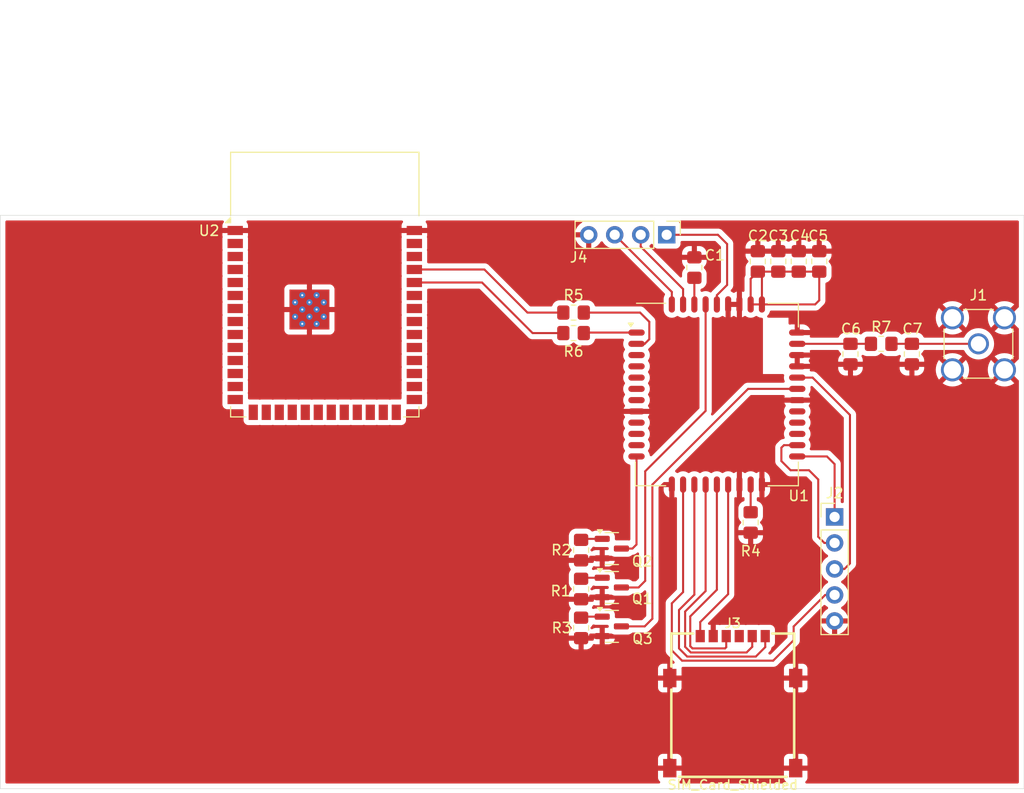
<source format=kicad_pcb>
(kicad_pcb (version 20240108) (generator "pcbnew") (generator_version "8.0")
  (layers (0 "F.Cu" signal) (31 "B.Cu" signal) (34 "B.Paste" user) (35 "F.Paste" user) (36 "B.SilkS" user "B.Silkscreen") (37 "F.SilkS" user "F.Silkscreen") (38 "B.Mask" user) (39 "F.Mask" user) (44 "Edge.Cuts" user))
  (net 0 "")
  (net 1 "GND")
  (net 2 "VBAT")
  (net 7 "/SIM_CLK")
  (net 8 "/SIM_VDD")
  (net 9 "/SIM_RST")
  (net 10 "/SIM_DATA")
  (net 11 "/WAKEUP-1")
  (net 12 "/UC_WAKEUP-1")
  (net 13 "/UC_WAKEUP-2")
  (net 14 "/WAKEUP-2")
  (net 15 "/UC_RESET")
  (net 16 "/RESET")
  (net 17 "Net-(U1-IO_1833_SEL)")
  (net 18 "/CTR")
  (net 19 "/RXD")
  (net 20 "/DCD")
  (net 21 "/RTS")
  (net 22 "/DTR")
  (net 23 "/TXD")
  (net 24 "/VDD")
  (net 26 "/RI")
  (net 63 "Net-(U1-ANT)")
  (net 64 "Net-(J1-In)")
  (net 65 "Net-(U2-TXD0)")
  (net 66 "Net-(U2-RXD0)")
  (net 67 "/UART0_TXD")
  (net 68 "/UART0_RXD")
  (net 69 "/GPIO2")
  (net 70 "/STATUS")
  (net 71 "/ADC")
  (net 72 "/NETLIGHT")
  (net 73 "/GPIO1")
  (net 74 "/BOOT")
  (net 75 "/AON_GPIO0")
  (footprint "Library:NANO-SIM-SMD_SNO-1330" (layer "F.Cu") (at 171.55 75.55)
    (property "Reference" "J3" (at 0 -7.7071 0) (layer "F.SilkS") (effects (font (size 0.9144 0.9144) (thickness 0.1524))))
    (property "Value" "SIM_Card_Shielded" (at 0 8.0842 0) (layer "F.SilkS") (effects (font (size 0.9144 0.9144) (thickness 0.1524))))
    (fp_line (start -6 -6.7) (end -3.8562 -6.7) (stroke (width 0.254)) (layer "F.SilkS"))
    (fp_line (start -6 -3.4811) (end -6 -6.7) (stroke (width 0.254)) (layer "F.SilkS"))
    (fp_line (start -6 5.4) (end -6 -1.2188) (stroke (width 0.254)) (layer "F.SilkS"))
    (fp_line (start -5.2688 7.3) (end 5.2688 7.3) (stroke (width 0.254)) (layer "F.SilkS"))
    (fp_line (start 3.8562 -6.7) (end 6 -6.7) (stroke (width 0.254)) (layer "F.SilkS"))
    (fp_line (start 6 -6.7) (end 6 -3.4811) (stroke (width 0.254)) (layer "F.SilkS"))
    (fp_line (start 6 -1.2188) (end 6 5.4) (stroke (width 0.254)) (layer "F.SilkS"))
    (pad "C1" smd rect (at -3.175 -6.4499) (size 0.9 1.2) (layers "F.Cu" "F.Paste" "F.Mask") (net 8 "/SIM_VDD"))
    (pad "C2" smd rect (at -0.635 -6.4499) (size 0.9 1.2) (layers "F.Cu" "F.Paste" "F.Mask") (net 9 "/SIM_RST"))
    (pad "C3" smd rect (at 1.905 -6.4499) (size 0.9 1.2) (layers "F.Cu" "F.Paste" "F.Mask") (net 7 "/SIM_CLK"))
    (pad "C5" smd rect (at -1.905 -6.4499) (size 0.9 1.2) (layers "F.Cu" "F.Paste" "F.Mask") (net 1 "GND"))
    (pad "C6" smd rect (at 0.635 -6.4499) (size 0.9 1.2) (layers "F.Cu" "F.Paste" "F.Mask"))
    (pad "C7" smd rect (at 3.175 -6.4499) (size 0.9 1.2) (layers "F.Cu" "F.Paste" "F.Mask") (net 10 "/SIM_DATA"))
    (pad "SH" smd rect (at -6.1501 -2.3499) (size 1.3 1.8) (layers "F.Cu" "F.Paste" "F.Mask") (net 1 "GND"))
    (pad "SH" smd rect (at -6.1501 6.4499) (size 1.3 1.8) (layers "F.Cu" "F.Paste" "F.Mask") (net 1 "GND"))
    (pad "SH" smd rect (at 6.1501 -2.3499) (size 1.3 1.8) (layers "F.Cu" "F.Paste" "F.Mask") (net 1 "GND"))
    (pad "SH" smd rect (at 6.1501 6.4499) (size 1.3 1.8) (layers "F.Cu" "F.Paste" "F.Mask") (net 1 "GND"))
  )
  (footprint "Resistor_SMD:R_0805_2012Metric_Pad1.20x1.40mm_HandSolder" (layer "F.Cu") (at 180 32.5 90)
    (property "Reference" "C5" (at 2.5 -0.1 0) (layer "F.SilkS"))
    (property "Value" "100nF" (hide yes))
    (fp_line (start -0.227064 -0.735) (end 0.227064 -0.735) (stroke (width 0.12)) (layer "F.SilkS"))
    (fp_line (start -0.227064 0.735) (end 0.227064 0.735) (stroke (width 0.12)) (layer "F.SilkS"))
    (pad "1" smd roundrect (at -1 0 90) (size 1.2 1.4) (layers "F.Cu" "F.Paste" "F.Mask") (roundrect_rratio 0.208333) (net 2 "VBAT"))
    (pad "2" smd roundrect (at 1 0 90) (size 1.2 1.4) (layers "F.Cu" "F.Paste" "F.Mask") (roundrect_rratio 0.208333) (net 1 "GND"))
  )
  (footprint "Connector_PinHeader_2.54mm:PinHeader_1x04_P2.54mm_Vertical" (layer "F.Cu") (at 165.1 29.9 -90)
    (property "Reference" "J4" (at 2.2 8.6 180) (layer "F.SilkS"))
    (property "Value" "Conn_01x04_Pin" (hide yes))
    (fp_line (start -1.33 8.95) (end 1.33 8.95) (stroke (width 0.12)) (layer "F.SilkS"))
    (fp_line (start -1.33 1.27) (end -1.33 8.95) (stroke (width 0.12)) (layer "F.SilkS"))
    (fp_line (start -1.33 1.27) (end 1.33 1.27) (stroke (width 0.12)) (layer "F.SilkS"))
    (fp_line (start 1.33 1.27) (end 1.33 8.95) (stroke (width 0.12)) (layer "F.SilkS"))
    (fp_line (start -1.33 0) (end -1.33 -1.33) (stroke (width 0.12)) (layer "F.SilkS"))
    (fp_line (start -1.33 -1.33) (end 0 -1.33) (stroke (width 0.12)) (layer "F.SilkS"))
    (pad "1" thru_hole rect (at 0 0 270) (size 1.7 1.7) (drill 1) (layers "*.Cu" "*.Mask") (net 71 "/ADC"))
    (pad "2" thru_hole oval (at 0 2.54 270) (size 1.7 1.7) (drill 1) (layers "*.Cu" "*.Mask") (net 72 "/NETLIGHT"))
    (pad "3" thru_hole oval (at 0 5.08 270) (size 1.7 1.7) (drill 1) (layers "*.Cu" "*.Mask") (net 70 "/STATUS"))
    (pad "4" thru_hole oval (at 0 7.62 270) (size 1.7 1.7) (drill 1) (layers "*.Cu" "*.Mask") (net 1 "GND"))
  )
  (footprint "Library:SIMCom_SIM7022" (layer "F.Cu") (at 170 45.5)
    (property "Reference" "U1" (at 8 9.9 0) (layer "F.SilkS"))
    (property "Value" "SIM7022")
    (fp_line (start -7.96 8.91) (end -7.96 6.6) (stroke (width 0.12)) (layer "F.SilkS"))
    (fp_line (start -7.96 8.91) (end -5 8.91) (stroke (width 0.12)) (layer "F.SilkS"))
    (fp_line (start -7.85 -8.91) (end -5 -8.91) (stroke (width 0.12)) (layer "F.SilkS"))
    (fp_line (start 7.96 -8.91) (end 5 -8.91) (stroke (width 0.12)) (layer "F.SilkS"))
    (fp_line (start 7.96 -8.91) (end 7.96 -6.6) (stroke (width 0.12)) (layer "F.SilkS"))
    (fp_line (start 7.96 8.91) (end 5 8.91) (stroke (width 0.12)) (layer "F.SilkS"))
    (fp_line (start 7.96 8.91) (end 7.96 6.6) (stroke (width 0.12)) (layer "F.SilkS"))
    (fp_poly (pts (xy -8.41 -6.64) (xy -8.65 -6.97) (xy -8.17 -6.97) (xy -8.41 -6.64)) (stroke (width 0.12)) (fill solid) (layer "F.SilkS"))
    (pad "1" smd oval (at -7.85 -6.05) (size 1.6 0.6) (layers "F.Cu" "F.Mask") (net 23 "/TXD"))
    (pad "2" smd oval (at -7.85 -4.95) (size 1.6 0.6) (layers "F.Cu" "F.Mask") (net 19 "/RXD"))
    (pad "3" smd oval (at -7.85 -3.85) (size 1.6 0.6) (layers "F.Cu" "F.Mask") (net 21 "/RTS"))
    (pad "4" smd oval (at -7.85 -2.75) (size 1.6 0.6) (layers "F.Cu" "F.Mask") (net 18 "/CTR"))
    (pad "5" smd oval (at -7.85 -1.65) (size 1.6 0.6) (layers "F.Cu" "F.Mask") (net 20 "/DCD"))
    (pad "6" smd oval (at -7.85 -0.55) (size 1.6 0.6) (layers "F.Cu" "F.Mask") (net 22 "/DTR"))
    (pad "7" smd oval (at -7.85 0.55) (size 1.6 0.6) (layers "F.Cu" "F.Mask") (net 26 "/RI"))
    (pad "8" smd oval (at -7.85 1.65) (size 1.6 0.6) (layers "F.Cu" "F.Mask") (net 1 "GND"))
    (pad "9" smd oval (at -7.85 2.75) (size 1.6 0.6) (layers "F.Cu" "F.Mask"))
    (pad "10" smd oval (at -7.85 3.85) (size 1.6 0.6) (layers "F.Cu" "F.Mask") (net 74 "/BOOT"))
    (pad "11" smd oval (at -7.85 4.95) (size 1.6 0.6) (layers "F.Cu" "F.Mask") (net 75 "/AON_GPIO0"))
    (pad "12" smd oval (at -7.85 6.05) (size 1.6 0.6) (layers "F.Cu" "F.Mask") (net 14 "/WAKEUP-2"))
    (pad "13" smd oval (at -4.4 8.8) (size 0.6 1.6) (layers "F.Cu" "F.Mask") (net 1 "GND"))
    (pad "14" smd oval (at -3.3 8.8) (size 0.6 1.6) (layers "F.Cu" "F.Mask") (net 73 "/GPIO1"))
    (pad "15" smd oval (at -2.2 8.8) (size 0.6 1.6) (layers "F.Cu" "F.Mask") (net 10 "/SIM_DATA"))
    (pad "16" smd oval (at -1.1 8.8) (size 0.6 1.6) (layers "F.Cu" "F.Mask") (net 7 "/SIM_CLK"))
    (pad "17" smd oval (at 0 8.8) (size 0.6 1.6) (layers "F.Cu" "F.Mask") (net 9 "/SIM_RST"))
    (pad "18" smd oval (at 1.1 8.8) (size 0.6 1.6) (layers "F.Cu" "F.Mask") (net 8 "/SIM_VDD"))
    (pad "19" smd oval (at 2.2 8.8) (size 0.6 1.6) (layers "F.Cu" "F.Mask") (net 1 "GND"))
    (pad "20" smd oval (at 3.3 8.8) (size 0.6 1.6) (layers "F.Cu" "F.Mask") (net 17 "Net-(U1-IO_1833_SEL)"))
    (pad "21" smd oval (at 4.4 8.8) (size 0.6 1.6) (layers "F.Cu" "F.Mask") (net 1 "GND"))
    (pad "22" smd oval (at 7.85 6.05) (size 1.6 0.6) (layers "F.Cu" "F.Mask") (net 67 "/UART0_TXD"))
    (pad "23" smd oval (at 7.85 4.95) (size 1.6 0.6) (layers "F.Cu" "F.Mask") (net 68 "/UART0_RXD"))
    (pad "24" smd oval (at 7.85 3.85) (size 1.6 0.6) (layers "F.Cu" "F.Mask"))
    (pad "25" smd oval (at 7.85 2.75) (size 1.6 0.6) (layers "F.Cu" "F.Mask"))
    (pad "26" smd oval (at 7.85 1.65) (size 1.6 0.6) (layers "F.Cu" "F.Mask"))
    (pad "27" smd oval (at 7.85 0.55) (size 1.6 0.6) (layers "F.Cu" "F.Mask") (net 1 "GND"))
    (pad "28" smd oval (at 7.85 -0.55) (size 1.6 0.6) (layers "F.Cu" "F.Mask") (net 16 "/RESET"))
    (pad "29" smd oval (at 7.85 -1.65) (size 1.6 0.6) (layers "F.Cu" "F.Mask") (net 69 "/GPIO2"))
    (pad "30" smd oval (at 7.85 -2.75) (size 1.6 0.6) (layers "F.Cu" "F.Mask") (net 1 "GND"))
    (pad "31" smd oval (at 7.85 -3.85) (size 1.6 0.6) (layers "F.Cu" "F.Mask") (net 1 "GND"))
    (pad "32" smd oval (at 7.85 -4.95) (size 1.6 0.6) (layers "F.Cu" "F.Mask") (net 63 "Net-(U1-ANT)"))
    (pad "33" smd oval (at 7.85 -6.05) (size 1.6 0.6) (layers "F.Cu" "F.Mask") (net 1 "GND"))
    (pad "34" smd oval (at 4.4 -8.8) (size 0.6 1.6) (layers "F.Cu" "F.Mask") (net 2 "VBAT"))
    (pad "35" smd oval (at 3.3 -8.8) (size 0.6 1.6) (layers "F.Cu" "F.Mask") (net 2 "VBAT"))
    (pad "36" smd oval (at 2.2 -8.8) (size 0.6 1.6) (layers "F.Cu" "F.Mask") (net 1 "GND"))
    (pad "37" smd oval (at 1.1 -8.8) (size 0.6 1.6) (layers "F.Cu" "F.Mask") (net 1 "GND"))
    (pad "38" smd oval (at 0 -8.8) (size 0.6 1.6) (layers "F.Cu" "F.Mask") (net 71 "/ADC"))
    (pad "39" smd oval (at -1.1 -8.8) (size 0.6 1.6) (layers "F.Cu" "F.Mask") (net 11 "/WAKEUP-1"))
    (pad "40" smd oval (at -2.2 -8.8) (size 0.6 1.6) (layers "F.Cu" "F.Mask") (net 24 "/VDD"))
    (pad "41" smd oval (at -3.3 -8.8) (size 0.6 1.6) (layers "F.Cu" "F.Mask") (net 72 "/NETLIGHT"))
    (pad "42" smd oval (at -4.4 -8.8) (size 0.6 1.6) (layers "F.Cu" "F.Mask") (net 70 "/STATUS"))
  )
  (footprint "Resistor_SMD:R_0805_2012Metric_Pad1.20x1.40mm_HandSolder" (layer "F.Cu") (at 178 32.5 90)
    (property "Reference" "C4" (at 2.5 0.1 0) (layer "F.SilkS"))
    (property "Value" "100nF" (hide yes))
    (fp_line (start -0.227064 -0.735) (end 0.227064 -0.735) (stroke (width 0.12)) (layer "F.SilkS"))
    (fp_line (start -0.227064 0.735) (end 0.227064 0.735) (stroke (width 0.12)) (layer "F.SilkS"))
    (pad "1" smd roundrect (at -1 0 90) (size 1.2 1.4) (layers "F.Cu" "F.Paste" "F.Mask") (roundrect_rratio 0.208333) (net 2 "VBAT"))
    (pad "2" smd roundrect (at 1 0 90) (size 1.2 1.4) (layers "F.Cu" "F.Paste" "F.Mask") (roundrect_rratio 0.208333) (net 1 "GND"))
  )
  (footprint "Resistor_SMD:R_0805_2012Metric_Pad1.20x1.40mm_HandSolder" (layer "F.Cu") (at 156.7375 68.3 -90)
    (property "Reference" "R3" (at 0 1.9 180) (layer "F.SilkS"))
    (property "Value" "10k" (hide yes))
    (fp_line (start -0.227064 0.735) (end 0.227064 0.735) (stroke (width 0.12)) (layer "F.SilkS"))
    (fp_line (start -0.227064 -0.735) (end 0.227064 -0.735) (stroke (width 0.12)) (layer "F.SilkS"))
    (pad "1" smd roundrect (at -1 0 270) (size 1.2 1.4) (layers "F.Cu" "F.Paste" "F.Mask") (roundrect_rratio 0.208333) (net 15 "/UC_RESET"))
    (pad "2" smd roundrect (at 1 0 270) (size 1.2 1.4) (layers "F.Cu" "F.Paste" "F.Mask") (roundrect_rratio 0.208333) (net 1 "GND"))
  )
  (footprint "Package_TO_SOT_SMD:SOT-23" (layer "F.Cu") (at 159.7375 64.35)
    (property "Reference" "Q1" (at 2.9625 1.1 0) (layer "F.SilkS"))
    (property "Value" "2N7002" (hide yes))
    (fp_line (start 0 -1.56) (end -0.65 -1.56) (stroke (width 0.12)) (layer "F.SilkS"))
    (fp_line (start 0 -1.56) (end 0.65 -1.56) (stroke (width 0.12)) (layer "F.SilkS"))
    (fp_line (start 0 1.56) (end -0.65 1.56) (stroke (width 0.12)) (layer "F.SilkS"))
    (fp_line (start 0 1.56) (end 0.65 1.56) (stroke (width 0.12)) (layer "F.SilkS"))
    (fp_poly (pts (xy -1.1625 -1.51) (xy -1.4025 -1.84) (xy -0.9225 -1.84) (xy -1.1625 -1.51)) (stroke (width 0.12)) (fill solid) (layer "F.SilkS"))
    (pad "1" smd roundrect (at -0.9375 -0.95) (size 1.475 0.6) (layers "F.Cu" "F.Paste" "F.Mask") (net 12 "/UC_WAKEUP-1"))
    (pad "2" smd roundrect (at -0.9375 0.95) (size 1.475 0.6) (layers "F.Cu" "F.Paste" "F.Mask") (net 1 "GND"))
    (pad "3" smd roundrect (at 0.9375 0) (size 1.475 0.6) (layers "F.Cu" "F.Paste" "F.Mask") (net 11 "/WAKEUP-1"))
  )
  (footprint "Connector_Coaxial:SMA_Amphenol_901-144_Vertical" (layer "F.Cu") (at 195.55 40.55)
    (property "Reference" "J1" (at 0 -4.75 0) (layer "F.SilkS"))
    (property "Value" "Conn_Coaxial" (hide yes))
    (fp_line (start -3.355 -1.45) (end -3.355 1.45) (stroke (width 0.12)) (layer "F.SilkS"))
    (fp_line (start -1.45 -3.355) (end 1.45 -3.355) (stroke (width 0.12)) (layer "F.SilkS"))
    (fp_line (start -1.45 3.355) (end 1.45 3.355) (stroke (width 0.12)) (layer "F.SilkS"))
    (fp_line (start 3.355 -1.45) (end 3.355 1.45) (stroke (width 0.12)) (layer "F.SilkS"))
    (pad "1" thru_hole circle (at 0 0) (size 2.05 2.05) (drill 1.5) (layers "*.Cu" "*.Mask") (net 64 "Net-(J1-In)"))
    (pad "2" thru_hole circle (at -2.54 -2.54) (size 2.25 2.25) (drill 1.7) (layers "*.Cu" "*.Mask") (net 1 "GND"))
    (pad "2" thru_hole circle (at -2.54 2.54) (size 2.25 2.25) (drill 1.7) (layers "*.Cu" "*.Mask") (net 1 "GND"))
    (pad "2" thru_hole circle (at 2.54 -2.54) (size 2.25 2.25) (drill 1.7) (layers "*.Cu" "*.Mask") (net 1 "GND"))
    (pad "2" thru_hole circle (at 2.54 2.54) (size 2.25 2.25) (drill 1.7) (layers "*.Cu" "*.Mask") (net 1 "GND"))
  )
  (footprint "Package_TO_SOT_SMD:SOT-23" (layer "F.Cu") (at 159.7375 68.15)
    (property "Reference" "Q3" (at 3 1.2 360) (layer "F.SilkS"))
    (property "Value" "2N7002" (hide yes))
    (fp_line (start 0 -1.56) (end -0.65 -1.56) (stroke (width 0.12)) (layer "F.SilkS"))
    (fp_line (start 0 -1.56) (end 0.65 -1.56) (stroke (width 0.12)) (layer "F.SilkS"))
    (fp_line (start 0 1.56) (end -0.65 1.56) (stroke (width 0.12)) (layer "F.SilkS"))
    (fp_line (start 0 1.56) (end 0.65 1.56) (stroke (width 0.12)) (layer "F.SilkS"))
    (fp_poly (pts (xy -1.1625 -1.51) (xy -1.4025 -1.84) (xy -0.9225 -1.84) (xy -1.1625 -1.51)) (stroke (width 0.12)) (fill solid) (layer "F.SilkS"))
    (pad "1" smd roundrect (at -0.9375 -0.95) (size 1.475 0.6) (layers "F.Cu" "F.Paste" "F.Mask") (net 15 "/UC_RESET"))
    (pad "2" smd roundrect (at -0.9375 0.95) (size 1.475 0.6) (layers "F.Cu" "F.Paste" "F.Mask") (net 1 "GND"))
    (pad "3" smd roundrect (at 0.9375 0) (size 1.475 0.6) (layers "F.Cu" "F.Paste" "F.Mask") (net 16 "/RESET"))
  )
  (footprint "Resistor_SMD:R_0805_2012Metric_Pad1.20x1.40mm_HandSolder" (layer "F.Cu") (at 156.7375 64.5 -90)
    (property "Reference" "R1" (at 0.2 2 180) (layer "F.SilkS"))
    (property "Value" "10k" (hide yes))
    (fp_line (start -0.227064 0.735) (end 0.227064 0.735) (stroke (width 0.12)) (layer "F.SilkS"))
    (fp_line (start -0.227064 -0.735) (end 0.227064 -0.735) (stroke (width 0.12)) (layer "F.SilkS"))
    (pad "1" smd roundrect (at -1 0 270) (size 1.2 1.4) (layers "F.Cu" "F.Paste" "F.Mask") (roundrect_rratio 0.208333) (net 12 "/UC_WAKEUP-1"))
    (pad "2" smd roundrect (at 1 0 270) (size 1.2 1.4) (layers "F.Cu" "F.Paste" "F.Mask") (roundrect_rratio 0.208333) (net 1 "GND"))
  )
  (footprint "Package_TO_SOT_SMD:SOT-23" (layer "F.Cu") (at 159.7375 60.55)
    (property "Reference" "Q2" (at 2.9625 1.25 0) (layer "F.SilkS"))
    (property "Value" "2N7002" (hide yes))
    (fp_line (start 0 -1.56) (end -0.65 -1.56) (stroke (width 0.12)) (layer "F.SilkS"))
    (fp_line (start 0 -1.56) (end 0.65 -1.56) (stroke (width 0.12)) (layer "F.SilkS"))
    (fp_line (start 0 1.56) (end -0.65 1.56) (stroke (width 0.12)) (layer "F.SilkS"))
    (fp_line (start 0 1.56) (end 0.65 1.56) (stroke (width 0.12)) (layer "F.SilkS"))
    (fp_poly (pts (xy -1.1625 -1.51) (xy -1.4025 -1.84) (xy -0.9225 -1.84) (xy -1.1625 -1.51)) (stroke (width 0.12)) (fill solid) (layer "F.SilkS"))
    (pad "1" smd roundrect (at -0.9375 -0.95) (size 1.475 0.6) (layers "F.Cu" "F.Paste" "F.Mask") (net 13 "/UC_WAKEUP-2"))
    (pad "2" smd roundrect (at -0.9375 0.95) (size 1.475 0.6) (layers "F.Cu" "F.Paste" "F.Mask") (net 1 "GND"))
    (pad "3" smd roundrect (at 0.9375 0) (size 1.475 0.6) (layers "F.Cu" "F.Paste" "F.Mask") (net 14 "/WAKEUP-2"))
  )
  (footprint "Resistor_SMD:R_0805_2012Metric_Pad1.20x1.40mm_HandSolder" (layer "F.Cu") (at 174 32.5 90)
    (property "Reference" "C2" (at 2.5 0 0) (layer "F.SilkS"))
    (property "Value" "100nF" (hide yes))
    (fp_line (start -0.227064 -0.735) (end 0.227064 -0.735) (stroke (width 0.12)) (layer "F.SilkS"))
    (fp_line (start -0.227064 0.735) (end 0.227064 0.735) (stroke (width 0.12)) (layer "F.SilkS"))
    (pad "1" smd roundrect (at -1 0 90) (size 1.2 1.4) (layers "F.Cu" "F.Paste" "F.Mask") (roundrect_rratio 0.208333) (net 2 "VBAT"))
    (pad "2" smd roundrect (at 1 0 90) (size 1.2 1.4) (layers "F.Cu" "F.Paste" "F.Mask") (roundrect_rratio 0.208333) (net 1 "GND"))
  )
  (footprint "Resistor_SMD:R_0805_2012Metric_Pad1.20x1.40mm_HandSolder" (layer "F.Cu") (at 173.3 58 -90)
    (property "Reference" "R4" (at 2.8 0 180) (layer "F.SilkS"))
    (property "Value" "0")
    (fp_line (start -0.227064 0.735) (end 0.227064 0.735) (stroke (width 0.12)) (layer "F.SilkS"))
    (fp_line (start -0.227064 -0.735) (end 0.227064 -0.735) (stroke (width 0.12)) (layer "F.SilkS"))
    (pad "1" smd roundrect (at -1 0 270) (size 1.2 1.4) (layers "F.Cu" "F.Paste" "F.Mask") (roundrect_rratio 0.208333) (net 17 "Net-(U1-IO_1833_SEL)"))
    (pad "2" smd roundrect (at 1 0 270) (size 1.2 1.4) (layers "F.Cu" "F.Paste" "F.Mask") (roundrect_rratio 0.208333) (net 1 "GND"))
  )
  (footprint "RF_Module:ESP32-S3-WROOM-1" (layer "F.Cu") (at 131.7 34.74)
    (property "Reference" "U2" (at -11.3 -5.24 0) (layer "F.SilkS"))
    (property "Value" "ESP32-S3-WROOM-1" (hide yes))
    (fp_line (start -9.2 -12.9) (end -9.2 -6.7) (stroke (width 0.12)) (layer "F.SilkS"))
    (fp_line (start -9.2 -12.9) (end 9.2 -12.9) (stroke (width 0.12)) (layer "F.SilkS"))
    (fp_line (start -9.2 11.95) (end -9.2 12.95) (stroke (width 0.12)) (layer "F.SilkS"))
    (fp_line (start -9.2 12.95) (end -7.7 12.95) (stroke (width 0.12)) (layer "F.SilkS"))
    (fp_line (start 9.2 -12.9) (end 9.2 -6.7) (stroke (width 0.12)) (layer "F.SilkS"))
    (fp_line (start 9.2 12.95) (end 7.7 12.95) (stroke (width 0.12)) (layer "F.SilkS"))
    (fp_line (start 9.2 12.95) (end 9.2 11.95) (stroke (width 0.12)) (layer "F.SilkS"))
    (fp_poly (pts (xy -9.2 -6.025) (xy -9.7 -6.025) (xy -9.2 -6.525) (xy -9.2 -6.025)) (stroke (width 0.12)) (fill solid) (layer "F.SilkS"))
    (pad "1" smd rect (at -8.75 -5.26) (size 1.5 0.9) (layers "F.Cu" "F.Paste" "F.Mask") (net 1 "GND"))
    (pad "2" smd rect (at -8.75 -3.99) (size 1.5 0.9) (layers "F.Cu" "F.Paste" "F.Mask"))
    (pad "3" smd rect (at -8.75 -2.72) (size 1.5 0.9) (layers "F.Cu" "F.Paste" "F.Mask"))
    (pad "4" smd rect (at -8.75 -1.45) (size 1.5 0.9) (layers "F.Cu" "F.Paste" "F.Mask"))
    (pad "5" smd rect (at -8.75 -0.18) (size 1.5 0.9) (layers "F.Cu" "F.Paste" "F.Mask"))
    (pad "6" smd rect (at -8.75 1.09) (size 1.5 0.9) (layers "F.Cu" "F.Paste" "F.Mask"))
    (pad "7" smd rect (at -8.75 2.36) (size 1.5 0.9) (layers "F.Cu" "F.Paste" "F.Mask"))
    (pad "8" smd rect (at -8.75 3.63) (size 1.5 0.9) (layers "F.Cu" "F.Paste" "F.Mask"))
    (pad "9" smd rect (at -8.75 4.9) (size 1.5 0.9) (layers "F.Cu" "F.Paste" "F.Mask"))
    (pad "10" smd rect (at -8.75 6.17) (size 1.5 0.9) (layers "F.Cu" "F.Paste" "F.Mask"))
    (pad "11" smd rect (at -8.75 7.44) (size 1.5 0.9) (layers "F.Cu" "F.Paste" "F.Mask"))
    (pad "12" smd rect (at -8.75 8.71) (size 1.5 0.9) (layers "F.Cu" "F.Paste" "F.Mask"))
    (pad "13" smd rect (at -8.75 9.98) (size 1.5 0.9) (layers "F.Cu" "F.Paste" "F.Mask"))
    (pad "14" smd rect (at -8.75 11.25 180) (size 1.5 0.9) (layers "F.Cu" "F.Paste" "F.Mask"))
    (pad "15" smd rect (at -6.985 12.5 270) (size 1.5 0.9) (layers "F.Cu" "F.Paste" "F.Mask"))
    (pad "16" smd rect (at -5.715 12.5 270) (size 1.5 0.9) (layers "F.Cu" "F.Paste" "F.Mask"))
    (pad "17" smd rect (at -4.445 12.5 270) (size 1.5 0.9) (layers "F.Cu" "F.Paste" "F.Mask"))
    (pad "18" smd rect (at -3.175 12.5 270) (size 1.5 0.9) (layers "F.Cu" "F.Paste" "F.Mask"))
    (pad "19" smd rect (at -1.905 12.5 270) (size 1.5 0.9) (layers "F.Cu" "F.Paste" "F.Mask"))
    (pad "20" smd rect (at -0.635 12.5 270) (size 1.5 0.9) (layers "F.Cu" "F.Paste" "F.Mask"))
    (pad "21" smd rect (at 0.635 12.5 270) (size 1.5 0.9) (layers "F.Cu" "F.Paste" "F.Mask"))
    (pad "22" smd rect (at 1.905 12.5 270) (size 1.5 0.9) (layers "F.Cu" "F.Paste" "F.Mask"))
    (pad "23" smd rect (at 3.175 12.5 270) (size 1.5 0.9) (layers "F.Cu" "F.Paste" "F.Mask"))
    (pad "24" smd rect (at 4.445 12.5 270) (size 1.5 0.9) (layers "F.Cu" "F.Paste" "F.Mask"))
    (pad "25" smd rect (at 5.715 12.5 270) (size 1.5 0.9) (layers "F.Cu" "F.Paste" "F.Mask"))
    (pad "26" smd rect (at 6.985 12.5 270) (size 1.5 0.9) (layers "F.Cu" "F.Paste" "F.Mask"))
    (pad "27" smd rect (at 8.75 11.25) (size 1.5 0.9) (layers "F.Cu" "F.Paste" "F.Mask"))
    (pad "28" smd rect (at 8.75 9.98) (size 1.5 0.9) (layers "F.Cu" "F.Paste" "F.Mask"))
    (pad "29" smd rect (at 8.75 8.71) (size 1.5 0.9) (layers "F.Cu" "F.Paste" "F.Mask"))
    (pad "30" smd rect (at 8.75 7.44) (size 1.5 0.9) (layers "F.Cu" "F.Paste" "F.Mask"))
    (pad "31" smd rect (at 8.75 6.17) (size 1.5 0.9) (layers "F.Cu" "F.Paste" "F.Mask"))
    (pad "32" smd rect (at 8.75 4.9) (size 1.5 0.9) (layers "F.Cu" "F.Paste" "F.Mask"))
    (pad "33" smd rect (at 8.75 3.63) (size 1.5 0.9) (layers "F.Cu" "F.Paste" "F.Mask"))
    (pad "34" smd rect (at 8.75 2.36) (size 1.5 0.9) (layers "F.Cu" "F.Paste" "F.Mask"))
    (pad "35" smd rect (at 8.75 1.09) (size 1.5 0.9) (layers "F.Cu" "F.Paste" "F.Mask"))
    (pad "36" smd rect (at 8.75 -0.18) (size 1.5 0.9) (layers "F.Cu" "F.Paste" "F.Mask") (net 66 "Net-(U2-RXD0)"))
    (pad "37" smd rect (at 8.75 -1.45) (size 1.5 0.9) (layers "F.Cu" "F.Paste" "F.Mask") (net 65 "Net-(U2-TXD0)"))
    (pad "38" smd rect (at 8.75 -2.72) (size 1.5 0.9) (layers "F.Cu" "F.Paste" "F.Mask"))
    (pad "39" smd rect (at 8.75 -3.99) (size 1.5 0.9) (layers "F.Cu" "F.Paste" "F.Mask"))
    (pad "40" smd rect (at 8.75 -5.26) (size 1.5 0.9) (layers "F.Cu" "F.Paste" "F.Mask") (net 1 "GND"))
    (pad "41" thru_hole circle (at -2.9 1.76 90) (size 0.6 0.6) (drill 0.2) (property pad_prop_heatsink) (layers "*.Cu" "F.Mask") (net 1 "GND"))
    (pad "41" thru_hole circle (at -2.9 3.16) (size 0.6 0.6) (drill 0.2) (property pad_prop_heatsink) (layers "*.Cu" "F.Mask") (net 1 "GND"))
    (pad "41" thru_hole circle (at -2.2 1.06) (size 0.6 0.6) (drill 0.2) (property pad_prop_heatsink) (layers "*.Cu" "F.Mask") (net 1 "GND"))
    (pad "41" thru_hole circle (at -2.2 2.46) (size 0.6 0.6) (drill 0.2) (property pad_prop_heatsink) (layers "*.Cu" "F.Mask") (net 1 "GND"))
    (pad "41" thru_hole circle (at -2.2 3.86) (size 0.6 0.6) (drill 0.2) (property pad_prop_heatsink) (layers "*.Cu" "F.Mask") (net 1 "GND"))
    (pad "41" thru_hole circle (at -1.5 1.76) (size 0.6 0.6) (drill 0.2) (property pad_prop_heatsink) (layers "*.Cu" "F.Mask") (net 1 "GND"))
    (pad "41" smd rect (at -1.5 2.46 270) (size 3.9 3.9) (layers "F.Cu" "F.Mask") (net 1 "GND"))
    (pad "41" thru_hole circle (at -1.5 3.16) (size 0.6 0.6) (drill 0.2) (property pad_prop_heatsink) (layers "*.Cu" "F.Mask") (net 1 "GND"))
    (pad "41" thru_hole circle (at -0.8 1.06) (size 0.6 0.6) (drill 0.2) (property pad_prop_heatsink) (layers "*.Cu" "F.Mask") (net 1 "GND"))
    (pad "41" thru_hole circle (at -0.8 2.46) (size 0.6 0.6) (drill 0.2) (property pad_prop_heatsink) (layers "*.Cu" "F.Mask") (net 1 "GND"))
    (pad "41" thru_hole circle (at -0.8 3.86) (size 0.6 0.6) (drill 0.2) (property pad_prop_heatsink) (layers "*.Cu" "F.Mask") (net 1 "GND"))
    (pad "41" thru_hole circle (at -0.1 1.76) (size 0.6 0.6) (drill 0.2) (property pad_prop_heatsink) (layers "*.Cu" "F.Mask") (net 1 "GND"))
    (pad "41" thru_hole circle (at -0.1 3.16) (size 0.6 0.6) (drill 0.2) (property pad_prop_heatsink) (layers "*.Cu" "F.Mask") (net 1 "GND"))
    (zone (net 0) (net_name "") (layers "F.Cu" "In1.Cu" "B.Cu") (connect_pads (clearance 0)) (min_thickness 0.254)
      (keepout (tracks not_allowed) (vias not_allowed) (pads not_allowed) (copperpour not_allowed) (footprints not_allowed))
      (fill (thermal_gap 0.508) (thermal_bridge_width 0.508))
      (polygon (pts (xy 107.7 27.99) (xy 155.7 27.99) (xy 155.7 6.99) (xy 107.7 6.99)))
    )
  )
  (footprint "Resistor_SMD:R_0805_2012Metric_Pad1.20x1.40mm_HandSolder" (layer "F.Cu") (at 156.7375 60.7 -90)
    (property "Reference" "R2" (at 0 1.9375 180) (layer "F.SilkS"))
    (property "Value" "10k" (hide yes))
    (fp_line (start -0.227064 0.735) (end 0.227064 0.735) (stroke (width 0.12)) (layer "F.SilkS"))
    (fp_line (start -0.227064 -0.735) (end 0.227064 -0.735) (stroke (width 0.12)) (layer "F.SilkS"))
    (pad "1" smd roundrect (at -1 0 270) (size 1.2 1.4) (layers "F.Cu" "F.Paste" "F.Mask") (roundrect_rratio 0.208333) (net 13 "/UC_WAKEUP-2"))
    (pad "2" smd roundrect (at 1 0 270) (size 1.2 1.4) (layers "F.Cu" "F.Paste" "F.Mask") (roundrect_rratio 0.208333) (net 1 "GND"))
  )
  (footprint "Connector_PinHeader_2.54mm:PinHeader_1x05_P2.54mm_Vertical" (layer "F.Cu") (at 181.5 57.46)
    (property "Reference" "J2" (at 0 -2.33 0) (layer "F.SilkS"))
    (property "Value" "Conn_01x05_Pin")
    (fp_line (start -1.33 -1.33) (end 0 -1.33) (stroke (width 0.12)) (layer "F.SilkS"))
    (fp_line (start -1.33 0) (end -1.33 -1.33) (stroke (width 0.12)) (layer "F.SilkS"))
    (fp_line (start -1.33 1.27) (end -1.33 11.49) (stroke (width 0.12)) (layer "F.SilkS"))
    (fp_line (start -1.33 1.27) (end 1.33 1.27) (stroke (width 0.12)) (layer "F.SilkS"))
    (fp_line (start -1.33 11.49) (end 1.33 11.49) (stroke (width 0.12)) (layer "F.SilkS"))
    (fp_line (start 1.33 1.27) (end 1.33 11.49) (stroke (width 0.12)) (layer "F.SilkS"))
    (pad "1" thru_hole rect (at 0 0) (size 1.7 1.7) (drill 1) (layers "*.Cu" "*.Mask") (net 67 "/UART0_TXD"))
    (pad "2" thru_hole oval (at 0 2.54) (size 1.7 1.7) (drill 1) (layers "*.Cu" "*.Mask") (net 68 "/UART0_RXD"))
    (pad "3" thru_hole oval (at 0 5.08) (size 1.7 1.7) (drill 1) (layers "*.Cu" "*.Mask") (net 69 "/GPIO2"))
    (pad "4" thru_hole oval (at 0 7.62) (size 1.7 1.7) (drill 1) (layers "*.Cu" "*.Mask") (net 73 "/GPIO1"))
    (pad "5" thru_hole oval (at 0 10.16) (size 1.7 1.7) (drill 1) (layers "*.Cu" "*.Mask") (net 1 "GND"))
  )
  (footprint "Resistor_SMD:R_0805_2012Metric_Pad1.20x1.40mm_HandSolder" (layer "F.Cu") (at 176 32.5 90)
    (property "Reference" "C3" (at 2.5 0 0) (layer "F.SilkS"))
    (property "Value" "100nF" (hide yes))
    (fp_line (start -0.227064 -0.735) (end 0.227064 -0.735) (stroke (width 0.12)) (layer "F.SilkS"))
    (fp_line (start -0.227064 0.735) (end 0.227064 0.735) (stroke (width 0.12)) (layer "F.SilkS"))
    (pad "1" smd roundrect (at -1 0 90) (size 1.2 1.4) (layers "F.Cu" "F.Paste" "F.Mask") (roundrect_rratio 0.208333) (net 2 "VBAT"))
    (pad "2" smd roundrect (at 1 0 90) (size 1.2 1.4) (layers "F.Cu" "F.Paste" "F.Mask") (roundrect_rratio 0.208333) (net 1 "GND"))
  )
  (footprint "Resistor_SMD:R_0805_2012Metric_Pad1.20x1.40mm_HandSolder" (layer "F.Cu") (at 186.05 40.55)
    (property "Reference" "R7" (at 0 -1.65 0) (layer "F.SilkS"))
    (property "Value" "0" (hide yes))
    (fp_line (start -0.227064 -0.735) (end 0.227064 -0.735) (stroke (width 0.12)) (layer "F.SilkS"))
    (fp_line (start -0.227064 0.735) (end 0.227064 0.735) (stroke (width 0.12)) (layer "F.SilkS"))
    (pad "1" smd roundrect (at -1 0) (size 1.2 1.4) (layers "F.Cu" "F.Paste" "F.Mask") (roundrect_rratio 0.208333) (net 63 "Net-(U1-ANT)"))
    (pad "2" smd roundrect (at 1 0) (size 1.2 1.4) (layers "F.Cu" "F.Paste" "F.Mask") (roundrect_rratio 0.208333) (net 64 "Net-(J1-In)"))
  )
  (footprint "Resistor_SMD:R_0805_2012Metric_Pad1.20x1.40mm_HandSolder" (layer "F.Cu") (at 167.8 33.1 90)
    (property "Reference" "C1" (at 1.2 2 0) (layer "F.SilkS"))
    (property "Value" "100nF" (hide yes))
    (fp_line (start -0.227064 -0.735) (end 0.227064 -0.735) (stroke (width 0.12)) (layer "F.SilkS"))
    (fp_line (start -0.227064 0.735) (end 0.227064 0.735) (stroke (width 0.12)) (layer "F.SilkS"))
    (pad "1" smd roundrect (at -1 0 90) (size 1.2 1.4) (layers "F.Cu" "F.Paste" "F.Mask") (roundrect_rratio 0.208333) (net 24 "/VDD"))
    (pad "2" smd roundrect (at 1 0 90) (size 1.2 1.4) (layers "F.Cu" "F.Paste" "F.Mask") (roundrect_rratio 0.208333) (net 1 "GND"))
  )
  (footprint "Resistor_SMD:R_0805_2012Metric_Pad1.20x1.40mm_HandSolder" (layer "F.Cu") (at 189.05 41.55 -90)
    (property "Reference" "C7" (at -2.45 -0.05 180) (layer "F.SilkS"))
    (property "Value" "100nF" (hide yes))
    (fp_line (start -0.227064 0.735) (end 0.227064 0.735) (stroke (width 0.12)) (layer "F.SilkS"))
    (fp_line (start -0.227064 -0.735) (end 0.227064 -0.735) (stroke (width 0.12)) (layer "F.SilkS"))
    (pad "1" smd roundrect (at -1 0 270) (size 1.2 1.4) (layers "F.Cu" "F.Paste" "F.Mask") (roundrect_rratio 0.208333) (net 64 "Net-(J1-In)"))
    (pad "2" smd roundrect (at 1 0 270) (size 1.2 1.4) (layers "F.Cu" "F.Paste" "F.Mask") (roundrect_rratio 0.208333) (net 1 "GND"))
  )
  (footprint "Resistor_SMD:R_0805_2012Metric_Pad1.20x1.40mm_HandSolder" (layer "F.Cu") (at 156 39.5)
    (property "Reference" "R6" (at 0 1.8 0) (layer "F.SilkS"))
    (property "Value" "0" (hide yes))
    (fp_line (start -0.227064 -0.735) (end 0.227064 -0.735) (stroke (width 0.12)) (layer "F.SilkS"))
    (fp_line (start -0.227064 0.735) (end 0.227064 0.735) (stroke (width 0.12)) (layer "F.SilkS"))
    (pad "1" smd roundrect (at -1 0) (size 1.2 1.4) (layers "F.Cu" "F.Paste" "F.Mask") (roundrect_rratio 0.208333) (net 66 "Net-(U2-RXD0)"))
    (pad "2" smd roundrect (at 1 0) (size 1.2 1.4) (layers "F.Cu" "F.Paste" "F.Mask") (roundrect_rratio 0.208333) (net 23 "/TXD"))
  )
  (footprint "Resistor_SMD:R_0805_2012Metric_Pad1.20x1.40mm_HandSolder" (layer "F.Cu") (at 183.05 41.55 -90)
    (property "Reference" "C6" (at -2.45 -0.05 180) (layer "F.SilkS"))
    (property "Value" "100nF" (hide yes))
    (fp_line (start -0.227064 0.735) (end 0.227064 0.735) (stroke (width 0.12)) (layer "F.SilkS"))
    (fp_line (start -0.227064 -0.735) (end 0.227064 -0.735) (stroke (width 0.12)) (layer "F.SilkS"))
    (pad "1" smd roundrect (at -1 0 270) (size 1.2 1.4) (layers "F.Cu" "F.Paste" "F.Mask") (roundrect_rratio 0.208333) (net 63 "Net-(U1-ANT)"))
    (pad "2" smd roundrect (at 1 0 270) (size 1.2 1.4) (layers "F.Cu" "F.Paste" "F.Mask") (roundrect_rratio 0.208333) (net 1 "GND"))
  )
  (footprint "Resistor_SMD:R_0805_2012Metric_Pad1.20x1.40mm_HandSolder" (layer "F.Cu") (at 156 37.5)
    (property "Reference" "R5" (at 0 -1.7 0) (layer "F.SilkS"))
    (property "Value" "0" (hide yes))
    (fp_line (start -0.227064 -0.735) (end 0.227064 -0.735) (stroke (width 0.12)) (layer "F.SilkS"))
    (fp_line (start -0.227064 0.735) (end 0.227064 0.735) (stroke (width 0.12)) (layer "F.SilkS"))
    (pad "1" smd roundrect (at -1 0) (size 1.2 1.4) (layers "F.Cu" "F.Paste" "F.Mask") (roundrect_rratio 0.208333) (net 65 "Net-(U2-TXD0)"))
    (pad "2" smd roundrect (at 1 0) (size 1.2 1.4) (layers "F.Cu" "F.Paste" "F.Mask") (roundrect_rratio 0.208333) (net 19 "/RXD"))
  )
  (gr_line (start 185.05 40.55) (end 183.05 40.55) (stroke (width 0.2)) (layer "F.Cu") (net 63))
  (gr_line (start 178.05 40.55) (end 183.05 40.55) (stroke (width 0.2)) (layer "F.Cu") (net 63))
  (gr_line (start 187.05 40.55) (end 189.05 40.55) (stroke (width 0.2)) (layer "F.Cu") (net 64))
  (gr_rect (start 100 28) (end 200 84) (stroke (width 0.05)) (fill none) (layer "Edge.Cuts"))
  (segment (start 179.6 36.7) (end 180 36.3) (width 0.2) (layer "F.Cu") (net 2))
  (segment (start 173.3 36.7) (end 174.4 36.7) (width 0.2) (layer "F.Cu") (net 2))
  (segment (start 174 33.5) (end 176 33.5) (width 0.2) (layer "F.Cu") (net 2))
  (segment (start 174.4 36.7) (end 179.6 36.7) (width 0.2) (layer "F.Cu") (net 2))
  (segment (start 174.4 33.9) (end 174 33.5) (width 0.2) (layer "F.Cu") (net 2))
  (segment (start 173.3 34.2) (end 174 33.5) (width 0.2) (layer "F.Cu") (net 2))
  (segment (start 180 36.3) (end 180 33.5) (width 0.2) (layer "F.Cu") (net 2))
  (segment (start 174.4 36.7) (end 174.4 33.9) (width 0.2) (layer "F.Cu") (net 2))
  (segment (start 178 33.5) (end 180 33.5) (width 0.2) (layer "F.Cu") (net 2))
  (segment (start 176 33.5) (end 178 33.5) (width 0.2) (layer "F.Cu") (net 2))
  (segment (start 173.3 36.7) (end 173.3 34.2) (width 0.2) (layer "F.Cu") (net 2))
  (segment (start 168.9 64.7) (end 166.9 66.7) (width 0.2) (layer "F.Cu") (net 7))
  (segment (start 173.455 70.145) (end 173.455 69.1001) (width 0.2) (layer "F.Cu") (net 7))
  (segment (start 166.9 70.15) (end 167.45 70.7) (width 0.2) (layer "F.Cu") (net 7))
  (segment (start 167.45 70.7) (end 172.9 70.7) (width 0.2) (layer "F.Cu") (net 7))
  (segment (start 166.9 66.7) (end 166.9 70.15) (width 0.2) (layer "F.Cu") (net 7))
  (segment (start 172.9 70.7) (end 173.455 70.145) (width 0.2) (layer "F.Cu") (net 7))
  (segment (start 168.9 54.3) (end 168.9 64.7) (width 0.2) (layer "F.Cu") (net 7))
  (segment (start 171.1 65) (end 168.375 67.725) (width 0.2) (layer "F.Cu") (net 8))
  (segment (start 171.1 54.3) (end 171.1 65) (width 0.2) (layer "F.Cu") (net 8))
  (segment (start 168.375 67.725) (end 168.375 69.1001) (width 0.2) (layer "F.Cu") (net 8))
  (segment (start 170.915 70.185) (end 170.8 70.3) (width 0.2) (layer "F.Cu") (net 9))
  (segment (start 167.4 67.175) (end 170 64.575) (width 0.2) (layer "F.Cu") (net 9))
  (segment (start 170.8 70.3) (end 167.615686 70.3) (width 0.2) (layer "F.Cu") (net 9))
  (segment (start 170 64.575) (end 170 54.3) (width 0.2) (layer "F.Cu") (net 9))
  (segment (start 170.915 69.1001) (end 170.915 70.185) (width 0.2) (layer "F.Cu") (net 9))
  (segment (start 167.615686 70.3) (end 167.4 70.084314) (width 0.2) (layer "F.Cu") (net 9))
  (segment (start 167.4 70.084314) (end 167.4 67.175) (width 0.2) (layer "F.Cu") (net 9))
  (segment (start 173.8 71.1) (end 167.1 71.1) (width 0.2) (layer "F.Cu") (net 10))
  (segment (start 167.1 71.1) (end 166.3 70.3) (width 0.2) (layer "F.Cu") (net 10))
  (segment (start 166.3 70.3) (end 166.3 66.55) (width 0.2) (layer "F.Cu") (net 10))
  (segment (start 174.725 70.175) (end 173.8 71.1) (width 0.2) (layer "F.Cu") (net 10))
  (segment (start 167.8 65.05) (end 167.8 54.3) (width 0.2) (layer "F.Cu") (net 10))
  (segment (start 174.725 69.1001) (end 174.725 70.175) (width 0.2) (layer "F.Cu") (net 10))
  (segment (start 166.3 66.55) (end 167.8 65.05) (width 0.2) (layer "F.Cu") (net 10))
  (segment (start 163 63.7) (end 163 53) (width 0.2) (layer "F.Cu") (net 11))
  (segment (start 163 53) (end 168.9 47.1) (width 0.2) (layer "F.Cu") (net 11))
  (segment (start 160.675 64.35) (end 162.35 64.35) (width 0.2) (layer "F.Cu") (net 11))
  (segment (start 168.9 47.1) (end 168.9 36.7) (width 0.2) (layer "F.Cu") (net 11))
  (segment (start 162.35 64.35) (end 163 63.7) (width 0.2) (layer "F.Cu") (net 11))
  (segment (start 158.8 63.4) (end 156.8375 63.4) (width 0.2) (layer "F.Cu") (net 12))
  (segment (start 156.8375 63.4) (end 156.7375 63.5) (width 0.2) (layer "F.Cu") (net 12))
  (segment (start 158.8 59.6) (end 156.8375 59.6) (width 0.2) (layer "F.Cu") (net 13))
  (segment (start 156.8375 59.6) (end 156.7375 59.7) (width 0.2) (layer "F.Cu") (net 13))
  (segment (start 160.675 60.55) (end 161.75 60.55) (width 0.2) (layer "F.Cu") (net 14))
  (segment (start 162.15 60.15) (end 162.15 51.55) (width 0.2) (layer "F.Cu") (net 14))
  (segment (start 161.75 60.55) (end 162.15 60.15) (width 0.2) (layer "F.Cu") (net 14))
  (segment (start 158.8 67.2) (end 156.8375 67.2) (width 0.2) (layer "F.Cu") (net 15))
  (segment (start 156.8375 67.2) (end 156.7375 67.3) (width 0.2) (layer "F.Cu") (net 15))
  (segment (start 173.05 44.95) (end 177.85 44.95) (width 0.2) (layer "F.Cu") (net 16))
  (segment (start 163.7 54.3) (end 173.05 44.95) (width 0.2) (layer "F.Cu") (net 16))
  (segment (start 162.95 68.15) (end 163.7 67.4) (width 0.2) (layer "F.Cu") (net 16))
  (segment (start 160.675 68.15) (end 162.95 68.15) (width 0.2) (layer "F.Cu") (net 16))
  (segment (start 163.7 67.4) (end 163.7 54.3) (width 0.2) (layer "F.Cu") (net 16))
  (segment (start 173.3 54.3) (end 173.3 57) (width 0.2) (layer "F.Cu") (net 17))
  (segment (start 162.95 40.55) (end 163.4 40.1) (width 0.2) (layer "F.Cu") (net 19))
  (segment (start 162.15 40.55) (end 162.95 40.55) (width 0.2) (layer "F.Cu") (net 19))
  (segment (start 162.5 37.5) (end 157 37.5) (width 0.2) (layer "F.Cu") (net 19))
  (segment (start 163.4 40.1) (end 163.4 38.4) (width 0.2) (layer "F.Cu") (net 19))
  (segment (start 163.4 38.4) (end 162.5 37.5) (width 0.2) (layer "F.Cu") (net 19))
  (segment (start 157.05 39.45) (end 157 39.5) (width 0.2) (layer "F.Cu") (net 23))
  (segment (start 162.15 39.45) (end 157.05 39.45) (width 0.2) (layer "F.Cu") (net 23))
  (segment (start 167.8 34.1) (end 167.8 36.7) (width 0.2) (layer "F.Cu") (net 24))
  (segment (start 189.05 40.55) (end 195.55 40.55) (width 0.2) (layer "F.Cu") (net 64))
  (segment (start 147.29 33.29) (end 151.5 37.5) (width 0.2) (layer "F.Cu") (net 65))
  (segment (start 140.45 33.29) (end 147.29 33.29) (width 0.2) (layer "F.Cu") (net 65))
  (segment (start 151.5 37.5) (end 155 37.5) (width 0.2) (layer "F.Cu") (net 65))
  (segment (start 140.45 34.56) (end 147.06 34.56) (width 0.2) (layer "F.Cu") (net 66))
  (segment (start 152 39.5) (end 155 39.5) (width 0.2) (layer "F.Cu") (net 66))
  (segment (start 147.06 34.56) (end 152 39.5) (width 0.2) (layer "F.Cu") (net 66))
  (segment (start 177.85 51.55) (end 180.75 51.55) (width 0.2) (layer "F.Cu") (net 67))
  (segment (start 181.5 52.3) (end 180.75 51.55) (width 0.2) (layer "F.Cu") (net 67))
  (segment (start 181.5 57.46) (end 181.5 52.3) (width 0.2) (layer "F.Cu") (net 67))
  (segment (start 180.5 60) (end 179.9 59.4) (width 0.2) (layer "F.Cu") (net 68))
  (segment (start 176.3 52) (end 176.3 50.7) (width 0.2) (layer "F.Cu") (net 68))
  (segment (start 181.5 60) (end 180.5 60) (width 0.2) (layer "F.Cu") (net 68))
  (segment (start 179 52.9) (end 177.2 52.9) (width 0.2) (layer "F.Cu") (net 68))
  (segment (start 179.9 53.8) (end 179 52.9) (width 0.2) (layer "F.Cu") (net 68))
  (segment (start 176.55 50.45) (end 177.85 50.45) (width 0.2) (layer "F.Cu") (net 68))
  (segment (start 179.9 59.4) (end 179.9 53.8) (width 0.2) (layer "F.Cu") (net 68))
  (segment (start 177.2 52.9) (end 176.3 52) (width 0.2) (layer "F.Cu") (net 68))
  (segment (start 176.3 50.7) (end 176.55 50.45) (width 0.2) (layer "F.Cu") (net 68))
  (segment (start 183 47.5) (end 179.35 43.85) (width 0.2) (layer "F.Cu") (net 69))
  (segment (start 181.5 62.54) (end 182.46 62.54) (width 0.2) (layer "F.Cu") (net 69))
  (segment (start 179.35 43.85) (end 177.85 43.85) (width 0.2) (layer "F.Cu") (net 69))
  (segment (start 182.46 62.54) (end 183 62) (width 0.2) (layer "F.Cu") (net 69))
  (segment (start 183 62) (end 183 47.5) (width 0.2) (layer "F.Cu") (net 69))
  (segment (start 160.02 29.9) (end 165.6 35.48) (width 0.2) (layer "F.Cu") (net 70))
  (segment (start 165.6 35.48) (end 165.6 36.7) (width 0.2) (layer "F.Cu") (net 70))
  (segment (start 160.36 30.36) (end 160.36 30) (width 0.2) (layer "F.Cu") (net 70))
  (segment (start 165.1 29.9) (end 170.1 29.9) (width 0.2) (layer "F.Cu") (net 71))
  (segment (start 171 34.8) (end 170 35.8) (width 0.2) (layer "F.Cu") (net 71))
  (segment (start 170.1 29.9) (end 171 30.8) (width 0.2) (layer "F.Cu") (net 71))
  (segment (start 170 35.8) (end 170 36.7) (width 0.2) (layer "F.Cu") (net 71))
  (segment (start 171 30.8) (end 171 34.8) (width 0.2) (layer "F.Cu") (net 71))
  (segment (start 162.56 29.9) (end 162.56 31.06) (width 0.2) (layer "F.Cu") (net 72))
  (segment (start 162.56 31.06) (end 166.7 35.2) (width 0.2) (layer "F.Cu") (net 72))
  (segment (start 166.7 35.2) (end 166.7 36.7) (width 0.2) (layer "F.Cu") (net 72))
  (segment (start 166.6 71.5) (end 175.5 71.5) (width 0.2) (layer "F.Cu") (net 73))
  (segment (start 177.5 69.5) (end 177.5 68.16) (width 0.2) (layer "F.Cu") (net 73))
  (segment (start 180.58 65.08) (end 181.5 65.08) (width 0.2) (layer "F.Cu") (net 73))
  (segment (start 175.5 71.5) (end 177.5 69.5) (width 0.2) (layer "F.Cu") (net 73))
  (segment (start 165.6 70.5) (end 166.6 71.5) (width 0.2) (layer "F.Cu") (net 73))
  (segment (start 165.6 65.9) (end 165.6 70.5) (width 0.2) (layer "F.Cu") (net 73))
  (segment (start 166.7 54.3) (end 166.7 64.8) (width 0.2) (layer "F.Cu") (net 73))
  (segment (start 166.7 64.8) (end 165.6 65.9) (width 0.2) (layer "F.Cu") (net 73))
  (segment (start 177.5 68.16) (end 180.58 65.08) (width 0.2) (layer "F.Cu") (net 73))
  (zone (net 1) (net_name "GND") (layer "F.Cu") (connect_pads (clearance 0.5)) (min_thickness 0.25) (fill yes (thermal_gap 0.5) (thermal_bridge_width 0.5))
    (polygon (pts (xy 100 28) (xy 200 28) (xy 200 84) (xy 100 84)))
  )
  (zone (net 0) (net_name "") (layer "F.Cu") (connect_pads (clearance 0)) (min_thickness 0.25)
    (keepout (tracks not_allowed) (vias not_allowed) (pads not_allowed) (copperpour not_allowed) (footprints allowed))
    (fill (thermal_gap 0.5) (thermal_bridge_width 0.5))
    (polygon (pts (xy 177 38) (xy 177 43.5) (xy 174.5 43.5) (xy 174.5 38)))
  )
)
</source>
